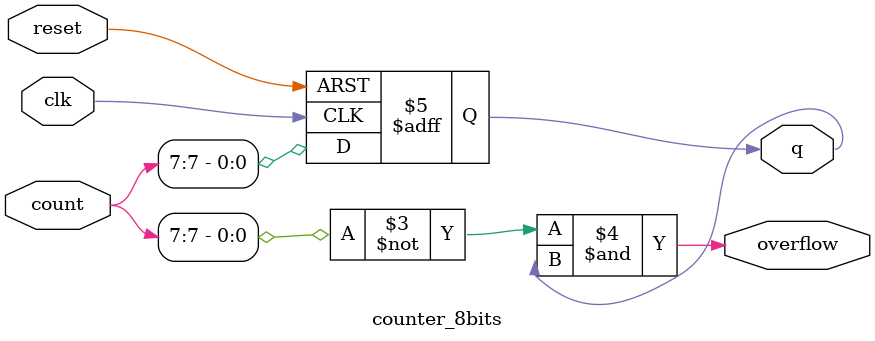
<source format=sv>
`timescale 1ns / 1ps


//module counter_8bits (
//  input logic clk,          
//  input logic reset,        
//  input logic [7:0]count, 
//  output logic overflow,
//  output logic q     
//);

//  always_ff @(posedge clk, negedge reset) begin
//    if (~reset) begin 
//       q <= 1'b0;      
//      overflow <= 1'b0;     
//    end else begin
//      if (count == 8'hFF)   
//        overflow <= 1'b1;   
//      else
//        overflow <= 1'b0;
//        q <= count;
//    end
//  end

//endmodule

module counter_8bits (
  input logic clk,          
  input logic reset,        
  input logic [7:0] count, 
  output logic overflow,
  output logic  q     
);

  always_ff @(posedge clk or negedge reset) begin
    if (~reset) begin 
      q <= 1'b0;      
    end else begin
      q <= count[7];
    end
  end

assign overflow = ~count[7] & q;
endmodule

 



</source>
